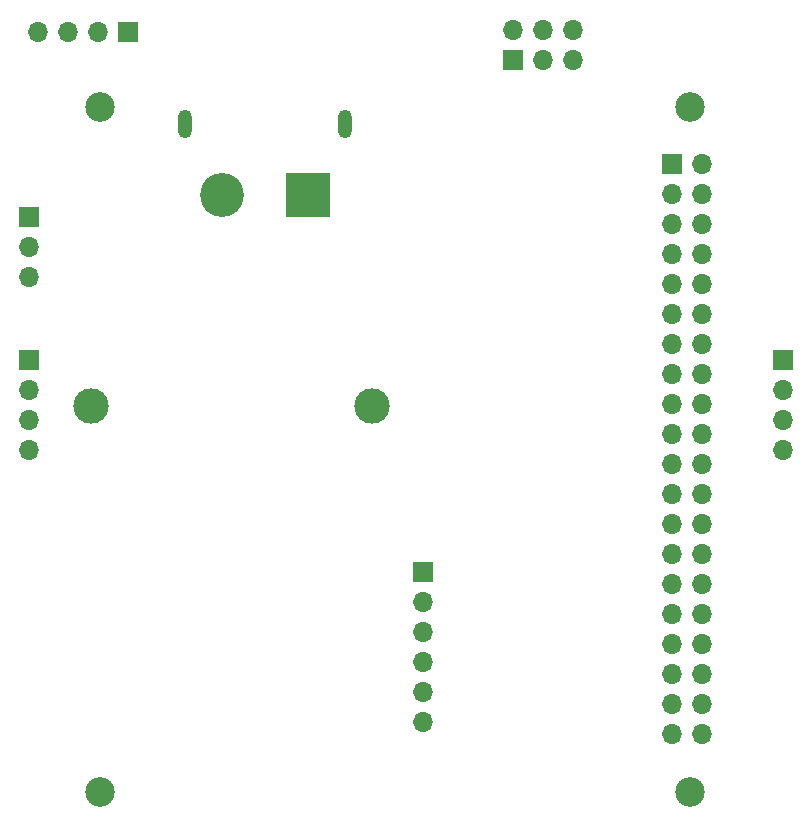
<source format=gbr>
%TF.GenerationSoftware,KiCad,Pcbnew,6.0.8-f2edbf62ab~116~ubuntu22.04.1*%
%TF.CreationDate,2022-11-20T23:03:40-05:00*%
%TF.ProjectId,Pi_HAT_V3,50695f48-4154-45f5-9633-2e6b69636164,rev?*%
%TF.SameCoordinates,Original*%
%TF.FileFunction,Soldermask,Top*%
%TF.FilePolarity,Negative*%
%FSLAX46Y46*%
G04 Gerber Fmt 4.6, Leading zero omitted, Abs format (unit mm)*
G04 Created by KiCad (PCBNEW 6.0.8-f2edbf62ab~116~ubuntu22.04.1) date 2022-11-20 23:03:40*
%MOMM*%
%LPD*%
G01*
G04 APERTURE LIST*
%ADD10C,3.000000*%
%ADD11R,1.700000X1.700000*%
%ADD12O,1.700000X1.700000*%
%ADD13C,2.500000*%
%ADD14R,3.716000X3.716000*%
%ADD15C,3.716000*%
%ADD16O,1.200000X2.400000*%
G04 APERTURE END LIST*
D10*
%TO.C,L2*%
X125600000Y-99850000D03*
X101800000Y-99850000D03*
%TD*%
D11*
%TO.C,J9*%
X104900000Y-68200000D03*
D12*
X102360000Y-68200000D03*
X99820000Y-68200000D03*
X97280000Y-68200000D03*
%TD*%
D11*
%TO.C,J3*%
X137475000Y-70525000D03*
D12*
X137475000Y-67985000D03*
X140015000Y-70525000D03*
X140015000Y-67985000D03*
X142555000Y-70525000D03*
X142555000Y-67985000D03*
%TD*%
D13*
%TO.C,H1*%
X152500000Y-74500000D03*
%TD*%
%TO.C,H2*%
X102500000Y-74500000D03*
%TD*%
%TO.C,H3*%
X102500000Y-132500000D03*
%TD*%
D11*
%TO.C,J1*%
X129900000Y-113950000D03*
D12*
X129900000Y-116490000D03*
X129900000Y-119030000D03*
X129900000Y-121570000D03*
X129900000Y-124110000D03*
X129900000Y-126650000D03*
%TD*%
D13*
%TO.C,H4*%
X152500000Y-132500000D03*
%TD*%
D11*
%TO.C,J2*%
X151000000Y-79400000D03*
D12*
X153540000Y-79400000D03*
X151000000Y-81940000D03*
X153540000Y-81940000D03*
X151000000Y-84480000D03*
X153540000Y-84480000D03*
X151000000Y-87020000D03*
X153540000Y-87020000D03*
X151000000Y-89560000D03*
X153540000Y-89560000D03*
X151000000Y-92100000D03*
X153540000Y-92100000D03*
X151000000Y-94640000D03*
X153540000Y-94640000D03*
X151000000Y-97180000D03*
X153540000Y-97180000D03*
X151000000Y-99720000D03*
X153540000Y-99720000D03*
X151000000Y-102260000D03*
X153540000Y-102260000D03*
X151000000Y-104800000D03*
X153540000Y-104800000D03*
X151000000Y-107340000D03*
X153540000Y-107340000D03*
X151000000Y-109880000D03*
X153540000Y-109880000D03*
X151000000Y-112420000D03*
X153540000Y-112420000D03*
X151000000Y-114960000D03*
X153540000Y-114960000D03*
X151000000Y-117500000D03*
X153540000Y-117500000D03*
X151000000Y-120040000D03*
X153540000Y-120040000D03*
X151000000Y-122580000D03*
X153540000Y-122580000D03*
X151000000Y-125120000D03*
X153540000Y-125120000D03*
X151000000Y-127660000D03*
X153540000Y-127660000D03*
%TD*%
D11*
%TO.C,J4*%
X96550000Y-96000000D03*
D12*
X96550000Y-98540000D03*
X96550000Y-101080000D03*
X96550000Y-103620000D03*
%TD*%
D14*
%TO.C,J5*%
X120100000Y-82000000D03*
D15*
X112900000Y-82000000D03*
D16*
X123250000Y-76000000D03*
X109750000Y-76000000D03*
%TD*%
D11*
%TO.C,J6*%
X160350000Y-96000000D03*
D12*
X160350000Y-98540000D03*
X160350000Y-101080000D03*
X160350000Y-103620000D03*
%TD*%
D11*
%TO.C,J7*%
X96550000Y-83875000D03*
D12*
X96550000Y-86415000D03*
X96550000Y-88955000D03*
%TD*%
M02*

</source>
